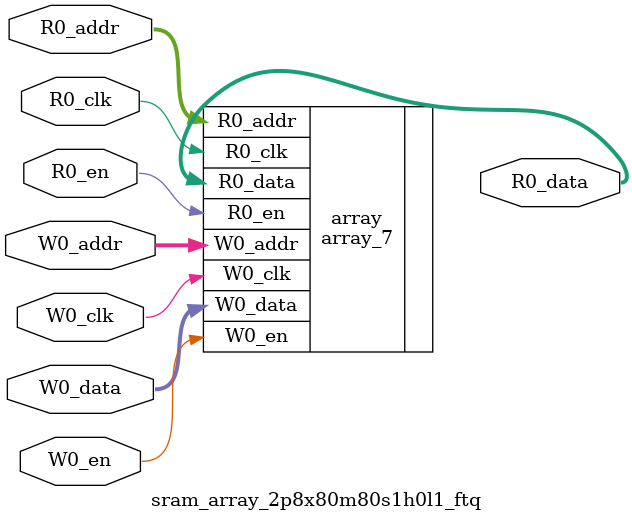
<source format=sv>
`ifndef RANDOMIZE
  `ifdef RANDOMIZE_MEM_INIT
    `define RANDOMIZE
  `endif // RANDOMIZE_MEM_INIT
`endif // not def RANDOMIZE
`ifndef RANDOMIZE
  `ifdef RANDOMIZE_REG_INIT
    `define RANDOMIZE
  `endif // RANDOMIZE_REG_INIT
`endif // not def RANDOMIZE

`ifndef RANDOM
  `define RANDOM $random
`endif // not def RANDOM

// Users can define INIT_RANDOM as general code that gets injected into the
// initializer block for modules with registers.
`ifndef INIT_RANDOM
  `define INIT_RANDOM
`endif // not def INIT_RANDOM

// If using random initialization, you can also define RANDOMIZE_DELAY to
// customize the delay used, otherwise 0.002 is used.
`ifndef RANDOMIZE_DELAY
  `define RANDOMIZE_DELAY 0.002
`endif // not def RANDOMIZE_DELAY

// Define INIT_RANDOM_PROLOG_ for use in our modules below.
`ifndef INIT_RANDOM_PROLOG_
  `ifdef RANDOMIZE
    `ifdef VERILATOR
      `define INIT_RANDOM_PROLOG_ `INIT_RANDOM
    `else  // VERILATOR
      `define INIT_RANDOM_PROLOG_ `INIT_RANDOM #`RANDOMIZE_DELAY begin end
    `endif // VERILATOR
  `else  // RANDOMIZE
    `define INIT_RANDOM_PROLOG_
  `endif // RANDOMIZE
`endif // not def INIT_RANDOM_PROLOG_

// Include register initializers in init blocks unless synthesis is set
`ifndef SYNTHESIS
  `ifndef ENABLE_INITIAL_REG_
    `define ENABLE_INITIAL_REG_
  `endif // not def ENABLE_INITIAL_REG_
`endif // not def SYNTHESIS

// Include rmemory initializers in init blocks unless synthesis is set
`ifndef SYNTHESIS
  `ifndef ENABLE_INITIAL_MEM_
    `define ENABLE_INITIAL_MEM_
  `endif // not def ENABLE_INITIAL_MEM_
`endif // not def SYNTHESIS

module sram_array_2p8x80m80s1h0l1_ftq(
  input         R0_clk,
  input  [2:0]  R0_addr,
  input         R0_en,
  output [79:0] R0_data,
  input         W0_clk,
  input  [2:0]  W0_addr,
  input         W0_en,
  input  [79:0] W0_data
);

  array_7 array (
    .R0_addr (R0_addr),
    .R0_en   (R0_en),
    .R0_clk  (R0_clk),
    .R0_data (R0_data),
    .W0_addr (W0_addr),
    .W0_en   (W0_en),
    .W0_clk  (W0_clk),
    .W0_data (W0_data)
  );
endmodule


</source>
